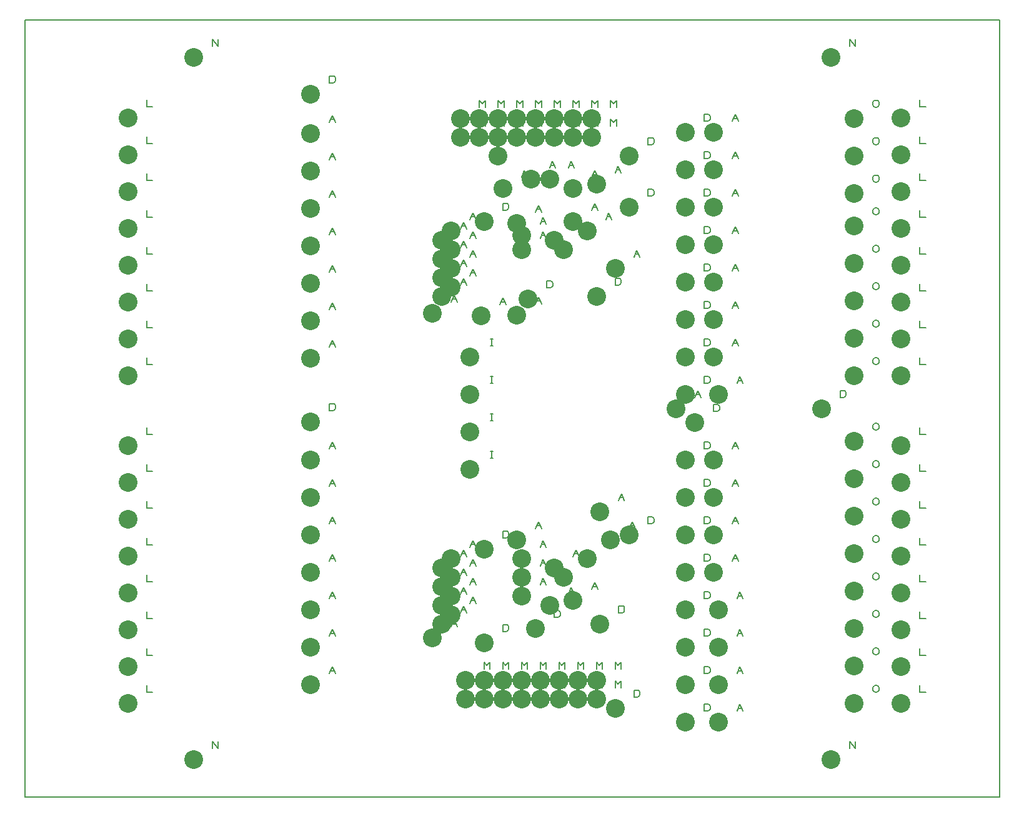
<source format=gbr>
G04 Easy-PC Gerber Version 25.0 Build 5877*
G04 #@! TF.Part,Single*
G04 #@! TF.FileFunction,Drillmap*
G04 #@! TF.FilePolarity,Positive*
%FSLAX35Y35*%
%MOIN*%
%ADD19C,0.00500*%
G04 #@! TA.AperFunction,ViaPad*
%ADD98C,0.10000*%
G04 #@! TD.AperFunction*
X0Y0D02*
D02*
D19*
X250Y415250D02*
X520250D01*
Y250D01*
X250D01*
Y415250D01*
X65250Y59937D02*
Y56187D01*
X68375D01*
X65250Y79622D02*
Y75872D01*
X68375D01*
X65250Y99307D02*
Y95557D01*
X68375D01*
X65250Y118993D02*
Y115243D01*
X68375D01*
X65250Y138678D02*
Y134928D01*
X68375D01*
X65250Y158363D02*
Y154613D01*
X68375D01*
X65250Y178048D02*
Y174298D01*
X68375D01*
X65250Y197733D02*
Y193983D01*
X68375D01*
X65250Y234937D02*
Y231187D01*
X68375D01*
X65250Y254622D02*
Y250872D01*
X68375D01*
X65250Y274307D02*
Y270557D01*
X68375D01*
X65250Y293993D02*
Y290243D01*
X68375D01*
X65250Y313678D02*
Y309928D01*
X68375D01*
X65250Y333363D02*
Y329613D01*
X68375D01*
X65250Y353048D02*
Y349298D01*
X68375D01*
X65250Y372733D02*
Y368983D01*
X68375D01*
X100250Y26187D02*
Y29937D01*
X103375Y26187D01*
Y29937D01*
X100250Y401187D02*
Y404937D01*
X103375Y401187D01*
Y404937D01*
X162750Y66187D02*
X164313Y69937D01*
X165875Y66187D01*
X163375Y67750D02*
X165250D01*
X162750Y86187D02*
X164313Y89937D01*
X165875Y86187D01*
X163375Y87750D02*
X165250D01*
X162750Y106187D02*
X164313Y109937D01*
X165875Y106187D01*
X163375Y107750D02*
X165250D01*
X162750Y126187D02*
X164313Y129937D01*
X165875Y126187D01*
X163375Y127750D02*
X165250D01*
X162750Y146187D02*
X164313Y149937D01*
X165875Y146187D01*
X163375Y147750D02*
X165250D01*
X162750Y166187D02*
X164313Y169937D01*
X165875Y166187D01*
X163375Y167750D02*
X165250D01*
X162750Y186187D02*
X164313Y189937D01*
X165875Y186187D01*
X163375Y187750D02*
X165250D01*
X162750Y206687D02*
Y210437D01*
X164625D01*
X165250Y210125D01*
X165563Y209813D01*
X165875Y209187D01*
Y207937D01*
X165563Y207313D01*
X165250Y207000D01*
X164625Y206687D01*
X162750D01*
Y240687D02*
X164313Y244437D01*
X165875Y240687D01*
X163375Y242250D02*
X165250D01*
X162750Y260687D02*
X164313Y264437D01*
X165875Y260687D01*
X163375Y262250D02*
X165250D01*
X162750Y280687D02*
X164313Y284437D01*
X165875Y280687D01*
X163375Y282250D02*
X165250D01*
X162750Y300687D02*
X164313Y304437D01*
X165875Y300687D01*
X163375Y302250D02*
X165250D01*
X162750Y320687D02*
X164313Y324437D01*
X165875Y320687D01*
X163375Y322250D02*
X165250D01*
X162750Y340687D02*
X164313Y344437D01*
X165875Y340687D01*
X163375Y342250D02*
X165250D01*
X162750Y360687D02*
X164313Y364437D01*
X165875Y360687D01*
X163375Y362250D02*
X165250D01*
X162750Y381687D02*
Y385437D01*
X164625D01*
X165250Y385125D01*
X165563Y384813D01*
X165875Y384187D01*
Y382937D01*
X165563Y382313D01*
X165250Y382000D01*
X164625Y381687D01*
X162750D01*
X227750Y91187D02*
X229313Y94937D01*
X230875Y91187D01*
X228375Y92750D02*
X230250D01*
X227750Y264687D02*
X229313Y268437D01*
X230875Y264687D01*
X228375Y266250D02*
X230250D01*
X232750Y98687D02*
X234313Y102437D01*
X235875Y98687D01*
X233375Y100250D02*
X235250D01*
X232750Y108687D02*
X234313Y112437D01*
X235875Y108687D01*
X233375Y110250D02*
X235250D01*
X232750Y118687D02*
X234313Y122437D01*
X235875Y118687D01*
X233375Y120250D02*
X235250D01*
X232750Y128687D02*
X234313Y132437D01*
X235875Y128687D01*
X233375Y130250D02*
X235250D01*
X232750Y273687D02*
X234313Y277437D01*
X235875Y273687D01*
X233375Y275250D02*
X235250D01*
X232750Y283687D02*
X234313Y287437D01*
X235875Y283687D01*
X233375Y285250D02*
X235250D01*
X232750Y293687D02*
X234313Y297437D01*
X235875Y293687D01*
X233375Y295250D02*
X235250D01*
X232750Y303687D02*
X234313Y307437D01*
X235875Y303687D01*
X233375Y305250D02*
X235250D01*
X237750Y103687D02*
X239313Y107437D01*
X240875Y103687D01*
X238375Y105250D02*
X240250D01*
X237750Y113687D02*
X239313Y117437D01*
X240875Y113687D01*
X238375Y115250D02*
X240250D01*
X237750Y123687D02*
X239313Y127437D01*
X240875Y123687D01*
X238375Y125250D02*
X240250D01*
X237750Y133687D02*
X239313Y137437D01*
X240875Y133687D01*
X238375Y135250D02*
X240250D01*
X237750Y278687D02*
X239313Y282437D01*
X240875Y278687D01*
X238375Y280250D02*
X240250D01*
X237750Y288687D02*
X239313Y292437D01*
X240875Y288687D01*
X238375Y290250D02*
X240250D01*
X237750Y298687D02*
X239313Y302437D01*
X240875Y298687D01*
X238375Y300250D02*
X240250D01*
X237750Y308687D02*
X239313Y312437D01*
X240875Y308687D01*
X238375Y310250D02*
X240250D01*
X242750Y358687D02*
Y362437D01*
X244313Y360563D01*
X245875Y362437D01*
Y358687D01*
X242750Y368687D02*
Y372437D01*
X244313Y370563D01*
X245875Y372437D01*
Y368687D01*
X245250Y58687D02*
Y62437D01*
X246813Y60563D01*
X248375Y62437D01*
Y58687D01*
X245250Y68687D02*
Y72437D01*
X246813Y70563D01*
X248375Y72437D01*
Y68687D01*
X248687Y181187D02*
X249937D01*
X249313D02*
Y184937D01*
X248687D02*
X249937D01*
X248687Y201187D02*
X249937D01*
X249313D02*
Y204937D01*
X248687D02*
X249937D01*
X248687Y221187D02*
X249937D01*
X249313D02*
Y224937D01*
X248687D02*
X249937D01*
X248687Y241187D02*
X249937D01*
X249313D02*
Y244937D01*
X248687D02*
X249937D01*
X252750Y358687D02*
Y362437D01*
X254313Y360563D01*
X255875Y362437D01*
Y358687D01*
X252750Y368687D02*
Y372437D01*
X254313Y370563D01*
X255875Y372437D01*
Y368687D01*
X253750Y263187D02*
X255313Y266937D01*
X256875Y263187D01*
X254375Y264750D02*
X256250D01*
X255250Y58687D02*
Y62437D01*
X256813Y60563D01*
X258375Y62437D01*
Y58687D01*
X255250Y68687D02*
Y72437D01*
X256813Y70563D01*
X258375Y72437D01*
Y68687D01*
X255250Y88687D02*
Y92437D01*
X257125D01*
X257750Y92125D01*
X258063Y91813D01*
X258375Y91187D01*
Y89937D01*
X258063Y89313D01*
X257750Y89000D01*
X257125Y88687D01*
X255250D01*
Y138687D02*
Y142437D01*
X257125D01*
X257750Y142125D01*
X258063Y141813D01*
X258375Y141187D01*
Y139937D01*
X258063Y139313D01*
X257750Y139000D01*
X257125Y138687D01*
X255250D01*
Y313687D02*
Y317437D01*
X257125D01*
X257750Y317125D01*
X258063Y316813D01*
X258375Y316187D01*
Y314937D01*
X258063Y314313D01*
X257750Y314000D01*
X257125Y313687D01*
X255250D01*
X262750Y348687D02*
Y352437D01*
X264625D01*
X265250Y352125D01*
X265563Y351813D01*
X265875Y351187D01*
Y349937D01*
X265563Y349313D01*
X265250Y349000D01*
X264625Y348687D01*
X262750D01*
Y358687D02*
Y362437D01*
X264313Y360563D01*
X265875Y362437D01*
Y358687D01*
X262750Y368687D02*
Y372437D01*
X264313Y370563D01*
X265875Y372437D01*
Y368687D01*
X265250Y58687D02*
Y62437D01*
X266813Y60563D01*
X268375Y62437D01*
Y58687D01*
X265250Y68687D02*
Y72437D01*
X266813Y70563D01*
X268375Y72437D01*
Y68687D01*
X265250Y331187D02*
X266813Y334937D01*
X268375Y331187D01*
X265875Y332750D02*
X267750D01*
X272750Y143687D02*
X274313Y147437D01*
X275875Y143687D01*
X273375Y145250D02*
X275250D01*
X272750Y263687D02*
X274313Y267437D01*
X275875Y263687D01*
X273375Y265250D02*
X275250D01*
X272750Y312687D02*
X274313Y316437D01*
X275875Y312687D01*
X273375Y314250D02*
X275250D01*
X272750Y358687D02*
Y362437D01*
X274313Y360563D01*
X275875Y362437D01*
Y358687D01*
X272750Y368687D02*
Y372437D01*
X274313Y370563D01*
X275875Y372437D01*
Y368687D01*
X275250Y58687D02*
Y62437D01*
X276813Y60563D01*
X278375Y62437D01*
Y58687D01*
X275250Y68687D02*
Y72437D01*
X276813Y70563D01*
X278375Y72437D01*
Y68687D01*
X275250Y113687D02*
X276813Y117437D01*
X278375Y113687D01*
X275875Y115250D02*
X277750D01*
X275250Y123687D02*
X276813Y127437D01*
X278375Y123687D01*
X275875Y125250D02*
X277750D01*
X275250Y133687D02*
X276813Y137437D01*
X278375Y133687D01*
X275875Y135250D02*
X277750D01*
X275250Y298687D02*
X276813Y302437D01*
X278375Y298687D01*
X275875Y300250D02*
X277750D01*
X275250Y306187D02*
X276813Y309937D01*
X278375Y306187D01*
X275875Y307750D02*
X277750D01*
X278750Y272187D02*
Y275937D01*
X280625D01*
X281250Y275625D01*
X281563Y275313D01*
X281875Y274687D01*
Y273437D01*
X281563Y272813D01*
X281250Y272500D01*
X280625Y272187D01*
X278750D01*
X280250Y336187D02*
X281813Y339937D01*
X283375Y336187D01*
X280875Y337750D02*
X282750D01*
Y96187D02*
Y99937D01*
X284625D01*
X285250Y99625D01*
X285563Y99313D01*
X285875Y98687D01*
Y97437D01*
X285563Y96813D01*
X285250Y96500D01*
X284625Y96187D01*
X282750D01*
Y358687D02*
Y362437D01*
X284313Y360563D01*
X285875Y362437D01*
Y358687D01*
X282750Y368687D02*
Y372437D01*
X284313Y370563D01*
X285875Y372437D01*
Y368687D01*
X285250Y58687D02*
Y62437D01*
X286813Y60563D01*
X288375Y62437D01*
Y58687D01*
X285250Y68687D02*
Y72437D01*
X286813Y70563D01*
X288375Y72437D01*
Y68687D01*
X290250Y108687D02*
X291813Y112437D01*
X293375Y108687D01*
X290875Y110250D02*
X292750D01*
X290250Y336187D02*
X291813Y339937D01*
X293375Y336187D01*
X290875Y337750D02*
X292750D01*
Y128687D02*
X294313Y132437D01*
X295875Y128687D01*
X293375Y130250D02*
X295250D01*
X292750Y303687D02*
X294313Y307437D01*
X295875Y303687D01*
X293375Y305250D02*
X295250D01*
X292750Y358687D02*
Y362437D01*
X294313Y360563D01*
X295875Y362437D01*
Y358687D01*
X292750Y368687D02*
Y372437D01*
X294313Y370563D01*
X295875Y372437D01*
Y368687D01*
X295250Y58687D02*
Y62437D01*
X296813Y60563D01*
X298375Y62437D01*
Y58687D01*
X295250Y68687D02*
Y72437D01*
X296813Y70563D01*
X298375Y72437D01*
Y68687D01*
X297750Y123687D02*
X299313Y127437D01*
X300875Y123687D01*
X298375Y125250D02*
X300250D01*
X297750Y298687D02*
X299313Y302437D01*
X300875Y298687D01*
X298375Y300250D02*
X300250D01*
X302750Y111187D02*
X304313Y114937D01*
X305875Y111187D01*
X303375Y112750D02*
X305250D01*
X302750Y313687D02*
X304313Y317437D01*
X305875Y313687D01*
X303375Y315250D02*
X305250D01*
X302750Y331187D02*
X304313Y334937D01*
X305875Y331187D01*
X303375Y332750D02*
X305250D01*
X302750Y358687D02*
Y362437D01*
X304313Y360563D01*
X305875Y362437D01*
Y358687D01*
X302750Y368687D02*
Y372437D01*
X304313Y370563D01*
X305875Y372437D01*
Y368687D01*
X305250Y58687D02*
Y62437D01*
X306813Y60563D01*
X308375Y62437D01*
Y58687D01*
X305250Y68687D02*
Y72437D01*
X306813Y70563D01*
X308375Y72437D01*
Y68687D01*
X310250Y133687D02*
X311813Y137437D01*
X313375Y133687D01*
X310875Y135250D02*
X312750D01*
X310250Y308687D02*
X311813Y312437D01*
X313375Y308687D01*
X310875Y310250D02*
X312750D01*
Y358687D02*
Y362437D01*
X314313Y360563D01*
X315875Y362437D01*
Y358687D01*
X312750Y368687D02*
Y372437D01*
X314313Y370563D01*
X315875Y372437D01*
Y368687D01*
X315250Y58687D02*
Y62437D01*
X316813Y60563D01*
X318375Y62437D01*
Y58687D01*
X315250Y68687D02*
Y72437D01*
X316813Y70563D01*
X318375Y72437D01*
Y68687D01*
X315250Y273687D02*
Y277437D01*
X317125D01*
X317750Y277125D01*
X318063Y276813D01*
X318375Y276187D01*
Y274937D01*
X318063Y274313D01*
X317750Y274000D01*
X317125Y273687D01*
X315250D01*
Y333687D02*
X316813Y337437D01*
X318375Y333687D01*
X315875Y335250D02*
X317750D01*
X317022Y98687D02*
Y102437D01*
X318897D01*
X319522Y102125D01*
X319834Y101813D01*
X320147Y101187D01*
Y99937D01*
X319834Y99313D01*
X319522Y99000D01*
X318897Y98687D01*
X317022D01*
Y158687D02*
X318584Y162437D01*
X320147Y158687D01*
X317647Y160250D02*
X319522D01*
X322750Y143687D02*
X324313Y147437D01*
X325875Y143687D01*
X323375Y145250D02*
X325250D01*
Y53687D02*
Y57437D01*
X327125D01*
X327750Y57125D01*
X328063Y56813D01*
X328375Y56187D01*
Y54937D01*
X328063Y54313D01*
X327750Y54000D01*
X327125Y53687D01*
X325250D01*
Y288687D02*
X326813Y292437D01*
X328375Y288687D01*
X325875Y290250D02*
X327750D01*
X332750Y146187D02*
Y149937D01*
X334625D01*
X335250Y149625D01*
X335563Y149313D01*
X335875Y148687D01*
Y147437D01*
X335563Y146813D01*
X335250Y146500D01*
X334625Y146187D01*
X332750D01*
Y321187D02*
Y324937D01*
X334625D01*
X335250Y324625D01*
X335563Y324313D01*
X335875Y323687D01*
Y322437D01*
X335563Y321813D01*
X335250Y321500D01*
X334625Y321187D01*
X332750D01*
Y348687D02*
Y352437D01*
X334625D01*
X335250Y352125D01*
X335563Y351813D01*
X335875Y351187D01*
Y349937D01*
X335563Y349313D01*
X335250Y349000D01*
X334625Y348687D01*
X332750D01*
X357750Y213687D02*
X359313Y217437D01*
X360875Y213687D01*
X358375Y215250D02*
X360250D01*
X362750Y46187D02*
Y49937D01*
X364625D01*
X365250Y49625D01*
X365563Y49313D01*
X365875Y48687D01*
Y47437D01*
X365563Y46813D01*
X365250Y46500D01*
X364625Y46187D01*
X362750D01*
Y66187D02*
Y69937D01*
X364625D01*
X365250Y69625D01*
X365563Y69313D01*
X365875Y68687D01*
Y67437D01*
X365563Y66813D01*
X365250Y66500D01*
X364625Y66187D01*
X362750D01*
Y86187D02*
Y89937D01*
X364625D01*
X365250Y89625D01*
X365563Y89313D01*
X365875Y88687D01*
Y87437D01*
X365563Y86813D01*
X365250Y86500D01*
X364625Y86187D01*
X362750D01*
Y106187D02*
Y109937D01*
X364625D01*
X365250Y109625D01*
X365563Y109313D01*
X365875Y108687D01*
Y107437D01*
X365563Y106813D01*
X365250Y106500D01*
X364625Y106187D01*
X362750D01*
Y126187D02*
Y129937D01*
X364625D01*
X365250Y129625D01*
X365563Y129313D01*
X365875Y128687D01*
Y127437D01*
X365563Y126813D01*
X365250Y126500D01*
X364625Y126187D01*
X362750D01*
Y146187D02*
Y149937D01*
X364625D01*
X365250Y149625D01*
X365563Y149313D01*
X365875Y148687D01*
Y147437D01*
X365563Y146813D01*
X365250Y146500D01*
X364625Y146187D01*
X362750D01*
Y166187D02*
Y169937D01*
X364625D01*
X365250Y169625D01*
X365563Y169313D01*
X365875Y168687D01*
Y167437D01*
X365563Y166813D01*
X365250Y166500D01*
X364625Y166187D01*
X362750D01*
Y186187D02*
Y189937D01*
X364625D01*
X365250Y189625D01*
X365563Y189313D01*
X365875Y188687D01*
Y187437D01*
X365563Y186813D01*
X365250Y186500D01*
X364625Y186187D01*
X362750D01*
Y221187D02*
Y224937D01*
X364625D01*
X365250Y224625D01*
X365563Y224313D01*
X365875Y223687D01*
Y222437D01*
X365563Y221813D01*
X365250Y221500D01*
X364625Y221187D01*
X362750D01*
Y241187D02*
Y244937D01*
X364625D01*
X365250Y244625D01*
X365563Y244313D01*
X365875Y243687D01*
Y242437D01*
X365563Y241813D01*
X365250Y241500D01*
X364625Y241187D01*
X362750D01*
Y261187D02*
Y264937D01*
X364625D01*
X365250Y264625D01*
X365563Y264313D01*
X365875Y263687D01*
Y262437D01*
X365563Y261813D01*
X365250Y261500D01*
X364625Y261187D01*
X362750D01*
Y281187D02*
Y284937D01*
X364625D01*
X365250Y284625D01*
X365563Y284313D01*
X365875Y283687D01*
Y282437D01*
X365563Y281813D01*
X365250Y281500D01*
X364625Y281187D01*
X362750D01*
Y301187D02*
Y304937D01*
X364625D01*
X365250Y304625D01*
X365563Y304313D01*
X365875Y303687D01*
Y302437D01*
X365563Y301813D01*
X365250Y301500D01*
X364625Y301187D01*
X362750D01*
Y321187D02*
Y324937D01*
X364625D01*
X365250Y324625D01*
X365563Y324313D01*
X365875Y323687D01*
Y322437D01*
X365563Y321813D01*
X365250Y321500D01*
X364625Y321187D01*
X362750D01*
Y341187D02*
Y344937D01*
X364625D01*
X365250Y344625D01*
X365563Y344313D01*
X365875Y343687D01*
Y342437D01*
X365563Y341813D01*
X365250Y341500D01*
X364625Y341187D01*
X362750D01*
Y361187D02*
Y364937D01*
X364625D01*
X365250Y364625D01*
X365563Y364313D01*
X365875Y363687D01*
Y362437D01*
X365563Y361813D01*
X365250Y361500D01*
X364625Y361187D01*
X362750D01*
X367750Y206187D02*
Y209937D01*
X369625D01*
X370250Y209625D01*
X370563Y209313D01*
X370875Y208687D01*
Y207437D01*
X370563Y206813D01*
X370250Y206500D01*
X369625Y206187D01*
X367750D01*
X377750Y126187D02*
X379313Y129937D01*
X380875Y126187D01*
X378375Y127750D02*
X380250D01*
X377750Y146187D02*
X379313Y149937D01*
X380875Y146187D01*
X378375Y147750D02*
X380250D01*
X377750Y166187D02*
X379313Y169937D01*
X380875Y166187D01*
X378375Y167750D02*
X380250D01*
X377750Y186187D02*
X379313Y189937D01*
X380875Y186187D01*
X378375Y187750D02*
X380250D01*
X377750Y241187D02*
X379313Y244937D01*
X380875Y241187D01*
X378375Y242750D02*
X380250D01*
X377750Y261187D02*
X379313Y264937D01*
X380875Y261187D01*
X378375Y262750D02*
X380250D01*
X377750Y281187D02*
X379313Y284937D01*
X380875Y281187D01*
X378375Y282750D02*
X380250D01*
X377750Y301187D02*
X379313Y304937D01*
X380875Y301187D01*
X378375Y302750D02*
X380250D01*
X377750Y321187D02*
X379313Y324937D01*
X380875Y321187D01*
X378375Y322750D02*
X380250D01*
X377750Y341187D02*
X379313Y344937D01*
X380875Y341187D01*
X378375Y342750D02*
X380250D01*
X377750Y361187D02*
X379313Y364937D01*
X380875Y361187D01*
X378375Y362750D02*
X380250D01*
Y46187D02*
X381813Y49937D01*
X383375Y46187D01*
X380875Y47750D02*
X382750D01*
X380250Y66187D02*
X381813Y69937D01*
X383375Y66187D01*
X380875Y67750D02*
X382750D01*
X380250Y86187D02*
X381813Y89937D01*
X383375Y86187D01*
X380875Y87750D02*
X382750D01*
X380250Y106187D02*
X381813Y109937D01*
X383375Y106187D01*
X380875Y107750D02*
X382750D01*
X380250Y221187D02*
X381813Y224937D01*
X383375Y221187D01*
X380875Y222750D02*
X382750D01*
X435250Y213687D02*
Y217437D01*
X437125D01*
X437750Y217125D01*
X438063Y216813D01*
X438375Y216187D01*
Y214937D01*
X438063Y214313D01*
X437750Y214000D01*
X437125Y213687D01*
X435250D01*
X440250Y26187D02*
Y29937D01*
X443375Y26187D01*
Y29937D01*
X440250Y401187D02*
Y404937D01*
X443375Y401187D01*
Y404937D01*
X452750Y57437D02*
Y58687D01*
X453063Y59313D01*
X453375Y59625D01*
X454000Y59937D01*
X454625D01*
X455250Y59625D01*
X455563Y59313D01*
X455875Y58687D01*
Y57437D01*
X455563Y56813D01*
X455250Y56500D01*
X454625Y56187D01*
X454000D01*
X453375Y56500D01*
X453063Y56813D01*
X452750Y57437D01*
Y77437D02*
Y78687D01*
X453063Y79313D01*
X453375Y79625D01*
X454000Y79937D01*
X454625D01*
X455250Y79625D01*
X455563Y79313D01*
X455875Y78687D01*
Y77437D01*
X455563Y76813D01*
X455250Y76500D01*
X454625Y76187D01*
X454000D01*
X453375Y76500D01*
X453063Y76813D01*
X452750Y77437D01*
Y97437D02*
Y98687D01*
X453063Y99313D01*
X453375Y99625D01*
X454000Y99937D01*
X454625D01*
X455250Y99625D01*
X455563Y99313D01*
X455875Y98687D01*
Y97437D01*
X455563Y96813D01*
X455250Y96500D01*
X454625Y96187D01*
X454000D01*
X453375Y96500D01*
X453063Y96813D01*
X452750Y97437D01*
Y117437D02*
Y118687D01*
X453063Y119313D01*
X453375Y119625D01*
X454000Y119937D01*
X454625D01*
X455250Y119625D01*
X455563Y119313D01*
X455875Y118687D01*
Y117437D01*
X455563Y116813D01*
X455250Y116500D01*
X454625Y116187D01*
X454000D01*
X453375Y116500D01*
X453063Y116813D01*
X452750Y117437D01*
Y137437D02*
Y138687D01*
X453063Y139313D01*
X453375Y139625D01*
X454000Y139937D01*
X454625D01*
X455250Y139625D01*
X455563Y139313D01*
X455875Y138687D01*
Y137437D01*
X455563Y136813D01*
X455250Y136500D01*
X454625Y136187D01*
X454000D01*
X453375Y136500D01*
X453063Y136813D01*
X452750Y137437D01*
Y157437D02*
Y158687D01*
X453063Y159313D01*
X453375Y159625D01*
X454000Y159937D01*
X454625D01*
X455250Y159625D01*
X455563Y159313D01*
X455875Y158687D01*
Y157437D01*
X455563Y156813D01*
X455250Y156500D01*
X454625Y156187D01*
X454000D01*
X453375Y156500D01*
X453063Y156813D01*
X452750Y157437D01*
Y177437D02*
Y178687D01*
X453063Y179313D01*
X453375Y179625D01*
X454000Y179937D01*
X454625D01*
X455250Y179625D01*
X455563Y179313D01*
X455875Y178687D01*
Y177437D01*
X455563Y176813D01*
X455250Y176500D01*
X454625Y176187D01*
X454000D01*
X453375Y176500D01*
X453063Y176813D01*
X452750Y177437D01*
Y197437D02*
Y198687D01*
X453063Y199313D01*
X453375Y199625D01*
X454000Y199937D01*
X454625D01*
X455250Y199625D01*
X455563Y199313D01*
X455875Y198687D01*
Y197437D01*
X455563Y196813D01*
X455250Y196500D01*
X454625Y196187D01*
X454000D01*
X453375Y196500D01*
X453063Y196813D01*
X452750Y197437D01*
Y232437D02*
Y233687D01*
X453063Y234313D01*
X453375Y234625D01*
X454000Y234937D01*
X454625D01*
X455250Y234625D01*
X455563Y234313D01*
X455875Y233687D01*
Y232437D01*
X455563Y231813D01*
X455250Y231500D01*
X454625Y231187D01*
X454000D01*
X453375Y231500D01*
X453063Y231813D01*
X452750Y232437D01*
Y252437D02*
Y253687D01*
X453063Y254313D01*
X453375Y254625D01*
X454000Y254937D01*
X454625D01*
X455250Y254625D01*
X455563Y254313D01*
X455875Y253687D01*
Y252437D01*
X455563Y251813D01*
X455250Y251500D01*
X454625Y251187D01*
X454000D01*
X453375Y251500D01*
X453063Y251813D01*
X452750Y252437D01*
Y272437D02*
Y273687D01*
X453063Y274313D01*
X453375Y274625D01*
X454000Y274937D01*
X454625D01*
X455250Y274625D01*
X455563Y274313D01*
X455875Y273687D01*
Y272437D01*
X455563Y271813D01*
X455250Y271500D01*
X454625Y271187D01*
X454000D01*
X453375Y271500D01*
X453063Y271813D01*
X452750Y272437D01*
Y292437D02*
Y293687D01*
X453063Y294313D01*
X453375Y294625D01*
X454000Y294937D01*
X454625D01*
X455250Y294625D01*
X455563Y294313D01*
X455875Y293687D01*
Y292437D01*
X455563Y291813D01*
X455250Y291500D01*
X454625Y291187D01*
X454000D01*
X453375Y291500D01*
X453063Y291813D01*
X452750Y292437D01*
Y312437D02*
Y313687D01*
X453063Y314313D01*
X453375Y314625D01*
X454000Y314937D01*
X454625D01*
X455250Y314625D01*
X455563Y314313D01*
X455875Y313687D01*
Y312437D01*
X455563Y311813D01*
X455250Y311500D01*
X454625Y311187D01*
X454000D01*
X453375Y311500D01*
X453063Y311813D01*
X452750Y312437D01*
Y329937D02*
Y331187D01*
X453063Y331813D01*
X453375Y332125D01*
X454000Y332437D01*
X454625D01*
X455250Y332125D01*
X455563Y331813D01*
X455875Y331187D01*
Y329937D01*
X455563Y329313D01*
X455250Y329000D01*
X454625Y328687D01*
X454000D01*
X453375Y329000D01*
X453063Y329313D01*
X452750Y329937D01*
Y349937D02*
Y351187D01*
X453063Y351813D01*
X453375Y352125D01*
X454000Y352437D01*
X454625D01*
X455250Y352125D01*
X455563Y351813D01*
X455875Y351187D01*
Y349937D01*
X455563Y349313D01*
X455250Y349000D01*
X454625Y348687D01*
X454000D01*
X453375Y349000D01*
X453063Y349313D01*
X452750Y349937D01*
Y369937D02*
Y371187D01*
X453063Y371813D01*
X453375Y372125D01*
X454000Y372437D01*
X454625D01*
X455250Y372125D01*
X455563Y371813D01*
X455875Y371187D01*
Y369937D01*
X455563Y369313D01*
X455250Y369000D01*
X454625Y368687D01*
X454000D01*
X453375Y369000D01*
X453063Y369313D01*
X452750Y369937D01*
X477750Y59937D02*
Y56187D01*
X480875D01*
X477750Y79622D02*
Y75872D01*
X480875D01*
X477750Y99307D02*
Y95557D01*
X480875D01*
X477750Y118993D02*
Y115243D01*
X480875D01*
X477750Y138678D02*
Y134928D01*
X480875D01*
X477750Y158363D02*
Y154613D01*
X480875D01*
X477750Y178048D02*
Y174298D01*
X480875D01*
X477750Y197733D02*
Y193983D01*
X480875D01*
X477750Y234937D02*
Y231187D01*
X480875D01*
X477750Y254622D02*
Y250872D01*
X480875D01*
X477750Y274307D02*
Y270557D01*
X480875D01*
X477750Y293993D02*
Y290243D01*
X480875D01*
X477750Y313678D02*
Y309928D01*
X480875D01*
X477750Y333363D02*
Y329613D01*
X480875D01*
X477750Y353048D02*
Y349298D01*
X480875D01*
X477750Y372733D02*
Y368983D01*
X480875D01*
D02*
D98*
X55250Y50250D03*
Y69935D03*
Y89620D03*
Y109305D03*
Y128990D03*
Y148675D03*
Y168360D03*
Y188045D03*
Y225250D03*
Y244935D03*
Y264620D03*
Y284305D03*
Y303990D03*
Y323675D03*
Y343360D03*
Y363045D03*
X90250Y20250D03*
Y395250D03*
X152750Y60250D03*
Y80250D03*
Y100250D03*
Y120250D03*
Y140250D03*
Y160250D03*
Y180250D03*
Y200750D03*
Y234750D03*
Y254750D03*
Y274750D03*
Y294750D03*
Y314750D03*
Y334750D03*
Y354750D03*
Y375750D03*
X217750Y85250D03*
Y258750D03*
X222750Y92750D03*
Y102750D03*
Y112750D03*
Y122750D03*
Y267750D03*
Y277750D03*
Y287750D03*
Y297750D03*
X227750Y97750D03*
Y107750D03*
Y117750D03*
Y127750D03*
Y272750D03*
Y282750D03*
Y292750D03*
Y302750D03*
X232750Y352750D03*
Y362750D03*
X235250Y52750D03*
Y62750D03*
X237750Y175250D03*
Y195250D03*
Y215250D03*
Y235250D03*
X242750Y352750D03*
Y362750D03*
X243750Y257250D03*
X245250Y52750D03*
Y62750D03*
Y82750D03*
Y132750D03*
Y307750D03*
X252750Y342750D03*
Y352750D03*
Y362750D03*
X255250Y52750D03*
Y62750D03*
Y325250D03*
X262750Y137750D03*
Y257750D03*
Y306750D03*
Y352750D03*
Y362750D03*
X265250Y52750D03*
Y62750D03*
Y107750D03*
Y117750D03*
Y127750D03*
Y292750D03*
Y300250D03*
X268750Y266250D03*
X270250Y330250D03*
X272750Y90250D03*
Y352750D03*
Y362750D03*
X275250Y52750D03*
Y62750D03*
X280250Y102750D03*
Y330250D03*
X282750Y122750D03*
Y297750D03*
Y352750D03*
Y362750D03*
X285250Y52750D03*
Y62750D03*
X287750Y117750D03*
Y292750D03*
X292750Y105250D03*
Y307750D03*
Y325250D03*
Y352750D03*
Y362750D03*
X295250Y52750D03*
Y62750D03*
X300250Y127750D03*
Y302750D03*
X302750Y352750D03*
Y362750D03*
X305250Y52750D03*
Y62750D03*
Y267750D03*
Y327750D03*
X307022Y92750D03*
Y152750D03*
X312750Y137750D03*
X315250Y47750D03*
Y282750D03*
X322750Y140250D03*
Y315250D03*
Y342750D03*
X347750Y207750D03*
X352750Y40250D03*
Y60250D03*
Y80250D03*
Y100250D03*
Y120250D03*
Y140250D03*
Y160250D03*
Y180250D03*
Y215250D03*
Y235250D03*
Y255250D03*
Y275250D03*
Y295250D03*
Y315250D03*
Y335250D03*
Y355250D03*
X357750Y200250D03*
X367750Y120250D03*
Y140250D03*
Y160250D03*
Y180250D03*
Y235250D03*
Y255250D03*
Y275250D03*
Y295250D03*
Y315250D03*
Y335250D03*
Y355250D03*
X370250Y40250D03*
Y60250D03*
Y80250D03*
Y100250D03*
Y215250D03*
X425250Y207750D03*
X430250Y20250D03*
Y395250D03*
X442750Y50250D03*
Y70250D03*
Y90250D03*
Y110250D03*
Y130250D03*
Y150250D03*
Y170250D03*
Y190250D03*
Y225250D03*
Y245250D03*
Y265250D03*
Y285250D03*
Y305250D03*
Y322750D03*
Y342750D03*
Y362750D03*
X467750Y50250D03*
Y69935D03*
Y89620D03*
Y109305D03*
Y128990D03*
Y148675D03*
Y168360D03*
Y188045D03*
Y225250D03*
Y244935D03*
Y264620D03*
Y284305D03*
Y303990D03*
Y323675D03*
Y343360D03*
Y363045D03*
X0Y0D02*
M02*

</source>
